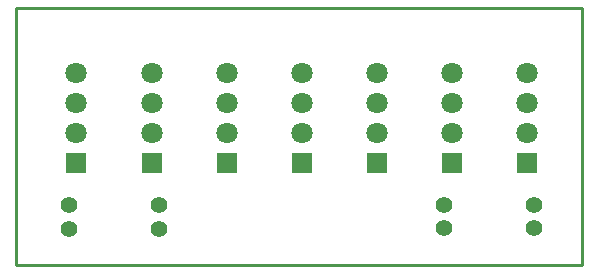
<source format=gtl>
%FSTAX23Y23*%
%MOIN*%
%SFA1B1*%

%IPPOS*%
%ADD11C,0.010000*%
%ADD15C,0.070870*%
%ADD16R,0.070870X0.070870*%
%ADD17C,0.055120*%
%LNpcb_sensores-1*%
%LPD*%
G54D11*
X03621Y03844D02*
X05508D01*
X03621D02*
Y03919D01*
Y047*
X05508Y03844D02*
Y047D01*
X03621D02*
X05508D01*
G54D15*
X05075Y04485D03*
Y04385D03*
Y04285D03*
X04825Y04485D03*
Y04385D03*
Y04285D03*
X04575Y04485D03*
Y04385D03*
Y04285D03*
X04325Y04485D03*
Y04385D03*
Y04285D03*
X04075Y04485D03*
Y04385D03*
Y04285D03*
X05326Y04485D03*
Y04385D03*
Y04285D03*
X03823Y04485D03*
Y04385D03*
Y04285D03*
G54D16*
X05075Y04185D03*
X04825D03*
X04575D03*
X04325D03*
X04075D03*
X05326D03*
X03823D03*
G54D17*
X05048Y04045D03*
X05348D03*
X041D03*
X038D03*
X0505Y03966D03*
X0535D03*
X041Y03965D03*
X038D03*
M02*
</source>
